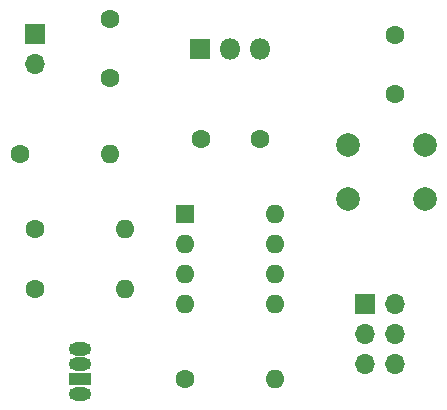
<source format=gbr>
G04 #@! TF.FileFunction,Copper,L1,Top,Signal*
%FSLAX46Y46*%
G04 Gerber Fmt 4.6, Leading zero omitted, Abs format (unit mm)*
G04 Created by KiCad (PCBNEW 4.0.7) date 11/08/17 15:50:54*
%MOMM*%
%LPD*%
G01*
G04 APERTURE LIST*
%ADD10C,0.100000*%
%ADD11C,1.600000*%
%ADD12O,1.905000X1.117600*%
%ADD13R,1.905000X1.117600*%
%ADD14R,1.700000X1.700000*%
%ADD15O,1.700000X1.700000*%
%ADD16O,1.600000X1.600000*%
%ADD17C,2.000000*%
%ADD18R,1.800000X1.800000*%
%ADD19O,1.800000X1.800000*%
%ADD20R,1.600000X1.600000*%
G04 APERTURE END LIST*
D10*
D11*
X171450000Y-97790000D03*
X171450000Y-102790000D03*
X195580000Y-104140000D03*
X195580000Y-99140000D03*
X184150000Y-107950000D03*
X179150000Y-107950000D03*
D12*
X168910000Y-129540000D03*
D13*
X168910000Y-128270000D03*
D12*
X168910000Y-127000000D03*
X168910000Y-125730000D03*
D14*
X165100000Y-99060000D03*
D15*
X165100000Y-101600000D03*
D14*
X193040000Y-121920000D03*
D15*
X195580000Y-121920000D03*
X193040000Y-124460000D03*
X195580000Y-124460000D03*
X193040000Y-127000000D03*
X195580000Y-127000000D03*
D11*
X165100000Y-120650000D03*
D16*
X172720000Y-120650000D03*
D11*
X165100000Y-115570000D03*
D16*
X172720000Y-115570000D03*
D11*
X177800000Y-128270000D03*
D16*
X185420000Y-128270000D03*
D11*
X163830000Y-109220000D03*
D16*
X171450000Y-109220000D03*
D17*
X198120000Y-108530000D03*
X198120000Y-113030000D03*
X191620000Y-108530000D03*
X191620000Y-113030000D03*
D18*
X179070000Y-100330000D03*
D19*
X181610000Y-100330000D03*
X184150000Y-100330000D03*
D20*
X177800000Y-114300000D03*
D16*
X185420000Y-121920000D03*
X177800000Y-116840000D03*
X185420000Y-119380000D03*
X177800000Y-119380000D03*
X185420000Y-116840000D03*
X177800000Y-121920000D03*
X185420000Y-114300000D03*
M02*

</source>
